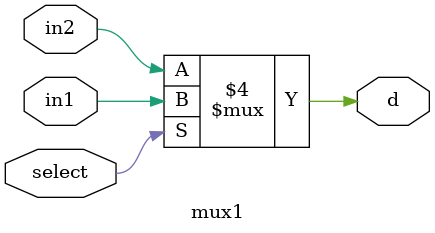
<source format=v>

module Moore(clk,rst,I,S,Q_1,Q_0);

    input clk,rst,I,S;
    output Q_1,Q_0;
    wire [1:0] Q,Q_sig,E;
    wire Q_T,Q_T_sig;
    
    assign Q_1=Q_sig[1];
    assign Q_0=Q_sig[0];
    
//Intermedian wires
    wire S_neg,I_neg,Q_0S_neg,Q_0I_neg,Q_1S_neg,Q_1I_neg,S_negI_neg,Q_0xorQ_1,Eclock;
    wire [1:0] Q_sig_neg;
    wire Q_T_sig_neg;
//Conections
    not(S_neg,S);
    not(I_neg,I);
    not(Q_sig_neg[0],Q_sig[0]);
    not(Q_sig_neg[1],Q_sig[1]);

//Conexiones Caso I
    //ANDs
    and(Q_0S_neg,Q_sig[0],S_neg);
    and(Q_0I_neg,Q_sig[0],I_neg);
    and(Q_1S_neg,Q_sig[1],S_neg);
    and(Q_1I_neg,Q_sig[1],I_neg);
    and(S_negI_neg,I_neg,S_neg);

    //ORs
    or(E[1],Q_0S_neg,Q_0I_neg,S_negI_neg);
    or(E[0],Q_1S_neg,Q_1I_neg,S_negI_neg);

//Conexiones Caso II
    xnor(Q_0xorQ_1,Q_sig[0],Q_sig[1]);
    and(Eclock,I,S_neg,Q_0xorQ_1);
    flip_flop_T FF_T(Eclock,rst,Q_T,Q_Tsig);

    not(Q_T_sig_neg,Q_T_sig);


//Conexión general
    mux1 mux1_1(Eclock,Q_Tsig,E[1],Q[0]);
    mux1 mux1_2(Eclock,Q_T_sig_neg,E[0],Q[1]);

    flip_flop_D FFD_0(clk,rst,Q[0],Q_sig[0]);
    flip_flop_D FFD_1(clk,rst,Q[1],Q_sig[1]);


endmodule


//This is where the flip-flop D starts
module flip_flop_D(Clock,Reset,D,Q);
    input D, Clock, Reset;
    output reg Q;
    always @(posedge Reset, posedge Clock)
        if (Reset == 1)
            Q <= 0;
        else
            Q <= D;
endmodule

//This is where the flip-flop T starts
module flip_flop_T(Clock,Reset,T,Q);
    input T, Clock, Reset;
    output reg Q;
    always @(posedge Reset, posedge Clock) begin
        if (Reset == 1)
            Q <= 0;
        else
            if (T)
                Q <= ~Q;
            else
                Q <= Q;
        end
endmodule


module mux1(select,in1,in2,d);

input select,in1,in2;
output reg d;

    always @(in1,in2) begin
        if (select == 1)
            d=in1;
        else
            d=in2;
        end


endmodule

</source>
